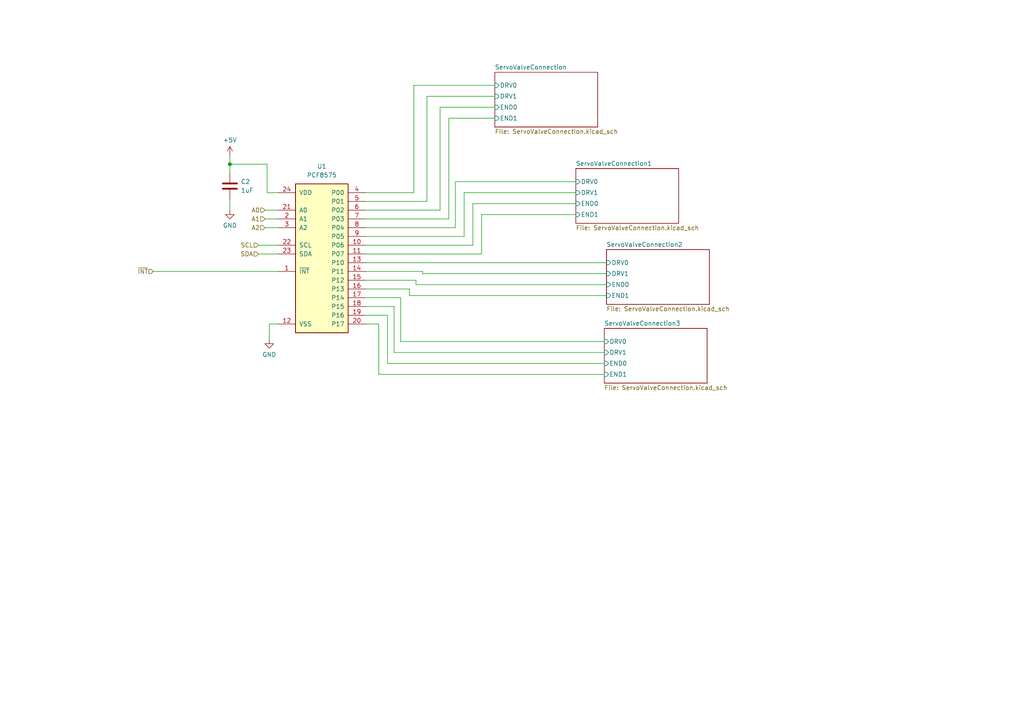
<source format=kicad_sch>
(kicad_sch (version 20230121) (generator eeschema)
  (paper "A4")
  (lib_symbols
    (symbol "Device:C" (pin_numbers hide) (pin_names (offset 0.254))
      (property "Reference" "C" (at 0.635 2.54 0))
      (property "Value" "C" (at 0.635 -2.54 0))
      (symbol "C_0_1"
        (polyline (pts (xy -2.032 -0.762) (xy 2.032 -0.762)) (stroke (width 0.508)))
        (polyline (pts (xy -2.032 0.762) (xy 2.032 0.762)) (stroke (width 0.508)))
      )
      (symbol "C_1_1"
        (pin passive line (at 0 3.81 270) (length 2.794) (name "~") (number "1"))
        (pin passive line (at 0 -3.81 90) (length 2.794) (name "~") (number "2"))
      )
    )
    (symbol "NXP:PCF8575" (pin_names (offset 1.016))
      (property "Reference" "U" (at 0 7.62 0))
      (property "Value" "PCF8575" (at 0 5.08 0))
      (symbol "PCF8575_0_1"
        (rectangle (start -7.62 2.54) (end 7.62 -40.64) (stroke (width 0.254)) (fill (type background)))
      )
      (symbol "PCF8575_1_1"
        (pin open_collector line (at -12.7 -22.86 0) (length 5.08) (name "~{INT}") (number "1"))
        (pin bidirectional line (at 12.7 -15.24 180) (length 5.08) (name "P06") (number "10"))
        (pin bidirectional line (at 12.7 -17.78 180) (length 5.08) (name "P07") (number "11"))
        (pin power_in line (at -12.7 -38.1 0) (length 5.08) (name "VSS") (number "12"))
        (pin bidirectional line (at 12.7 -20.32 180) (length 5.08) (name "P10") (number "13"))
        (pin bidirectional line (at 12.7 -22.86 180) (length 5.08) (name "P11") (number "14"))
        (pin bidirectional line (at 12.7 -25.4 180) (length 5.08) (name "P12") (number "15"))
        (pin bidirectional line (at 12.7 -27.94 180) (length 5.08) (name "P13") (number "16"))
        (pin bidirectional line (at 12.7 -30.48 180) (length 5.08) (name "P14") (number "17"))
        (pin bidirectional line (at 12.7 -33.02 180) (length 5.08) (name "P15") (number "18"))
        (pin bidirectional line (at 12.7 -35.56 180) (length 5.08) (name "P16") (number "19"))
        (pin input line (at -12.7 -7.62 0) (length 5.08) (name "A1") (number "2"))
        (pin bidirectional line (at 12.7 -38.1 180) (length 5.08) (name "P17") (number "20"))
        (pin input line (at -12.7 -5.08 0) (length 5.08) (name "A0") (number "21"))
        (pin input line (at -12.7 -15.24 0) (length 5.08) (name "SCL") (number "22"))
        (pin open_collector line (at -12.7 -17.78 0) (length 5.08) (name "SDA") (number "23"))
        (pin power_in line (at -12.7 0 0) (length 5.08) (name "VDD") (number "24"))
        (pin input line (at -12.7 -10.16 0) (length 5.08) (name "A2") (number "3"))
        (pin bidirectional line (at 12.7 0 180) (length 5.08) (name "P00") (number "4"))
        (pin bidirectional line (at 12.7 -2.54 180) (length 5.08) (name "P01") (number "5"))
        (pin bidirectional line (at 12.7 -5.08 180) (length 5.08) (name "P02") (number "6"))
        (pin bidirectional line (at 12.7 -7.62 180) (length 5.08) (name "P03") (number "7"))
        (pin bidirectional line (at 12.7 -10.16 180) (length 5.08) (name "P04") (number "8"))
        (pin bidirectional line (at 12.7 -12.7 180) (length 5.08) (name "P05") (number "9"))
      )
    )
    (symbol "power:+5V" (power) (pin_names (offset 0))
      (property "Value" "+5V" (at 0 3.556 0))
      (symbol "+5V_0_1"
        (polyline (pts (xy -0.762 1.27) (xy 0 2.54)))
        (polyline (pts (xy 0 0) (xy 0 2.54)))
        (polyline (pts (xy 0 2.54) (xy 0.762 1.27)))
      )
      (symbol "+5V_1_1"
        (pin power_in line (at 0 0 90) (length 0) hide (name "+5V") (number "1"))
      )
    )
    (symbol "power:GND" (power) (pin_names (offset 0))
      (property "Value" "GND" (at 0 -3.81 0))
      (symbol "GND_0_1"
        (polyline (pts (xy 0 0) (xy 0 -1.27) (xy 1.27 -1.27) (xy 0 -2.54) (xy -1.27 -1.27) (xy 0 -1.27)))
      )
      (symbol "GND_1_1"
        (pin power_in line (at 0 0 270) (length 0) hide (name "GND") (number "1"))
      )
    )
  )
  (junction (at 66.675 47.625))
  (wire (pts (xy 167.005 62.23) (xy 139.7 62.23)))
  (wire (pts (xy 106.045 86.36) (xy 116.205 86.36)))
  (wire (pts (xy 77.47 55.88) (xy 80.645 55.88)))
  (wire (pts (xy 106.045 71.12) (xy 137.16 71.12)))
  (wire (pts (xy 109.855 93.98) (xy 109.855 108.585)))
  (wire (pts (xy 114.3 102.235) (xy 114.3 88.9)))
  (wire (pts (xy 120.015 24.765) (xy 143.51 24.765)))
  (wire (pts (xy 175.26 102.235) (xy 114.3 102.235)))
  (wire (pts (xy 106.045 66.04) (xy 132.08 66.04)))
  (wire (pts (xy 106.045 60.96) (xy 127.635 60.96)))
  (wire (pts (xy 66.675 47.625) (xy 66.675 50.165)))
  (wire (pts (xy 118.745 83.82) (xy 118.745 85.725)))
  (wire (pts (xy 116.205 86.36) (xy 116.205 99.06)))
  (wire (pts (xy 76.835 63.5) (xy 80.645 63.5)))
  (wire (pts (xy 120.65 81.28) (xy 106.045 81.28)))
  (wire (pts (xy 106.045 78.74) (xy 122.555 78.74)))
  (wire (pts (xy 130.175 63.5) (xy 130.175 34.29)))
  (wire (pts (xy 77.47 47.625) (xy 77.47 55.88)))
  (wire (pts (xy 109.855 108.585) (xy 175.26 108.585)))
  (wire (pts (xy 106.045 91.44) (xy 112.395 91.44)))
  (wire (pts (xy 44.45 78.74) (xy 80.645 78.74)))
  (wire (pts (xy 132.08 52.705) (xy 132.08 66.04)))
  (wire (pts (xy 112.395 91.44) (xy 112.395 105.41)))
  (wire (pts (xy 106.045 93.98) (xy 109.855 93.98)))
  (wire (pts (xy 66.675 57.785) (xy 66.675 60.96)))
  (wire (pts (xy 74.93 73.66) (xy 80.645 73.66)))
  (wire (pts (xy 106.045 76.2) (xy 175.895 76.2)))
  (wire (pts (xy 106.045 55.88) (xy 120.015 55.88)))
  (wire (pts (xy 134.62 55.88) (xy 167.005 55.88)))
  (wire (pts (xy 123.825 27.94) (xy 143.51 27.94)))
  (wire (pts (xy 134.62 68.58) (xy 134.62 55.88)))
  (wire (pts (xy 127.635 31.115) (xy 143.51 31.115)))
  (wire (pts (xy 120.015 55.88) (xy 120.015 24.765)))
  (wire (pts (xy 74.93 71.12) (xy 80.645 71.12)))
  (wire (pts (xy 137.16 71.12) (xy 137.16 59.055)))
  (wire (pts (xy 66.675 47.625) (xy 77.47 47.625)))
  (wire (pts (xy 112.395 105.41) (xy 175.26 105.41)))
  (wire (pts (xy 106.045 58.42) (xy 123.825 58.42)))
  (wire (pts (xy 66.675 47.625) (xy 66.675 45.085)))
  (wire (pts (xy 76.835 66.04) (xy 80.645 66.04)))
  (wire (pts (xy 78.105 98.425) (xy 78.105 93.98)))
  (wire (pts (xy 114.3 88.9) (xy 106.045 88.9)))
  (wire (pts (xy 175.895 82.55) (xy 120.65 82.55)))
  (wire (pts (xy 76.835 60.96) (xy 80.645 60.96)))
  (wire (pts (xy 106.045 63.5) (xy 130.175 63.5)))
  (wire (pts (xy 118.745 85.725) (xy 175.895 85.725)))
  (wire (pts (xy 139.7 73.66) (xy 106.045 73.66)))
  (wire (pts (xy 137.16 59.055) (xy 167.005 59.055)))
  (wire (pts (xy 106.045 83.82) (xy 118.745 83.82)))
  (wire (pts (xy 122.555 78.74) (xy 122.555 79.375)))
  (wire (pts (xy 127.635 60.96) (xy 127.635 31.115)))
  (wire (pts (xy 130.175 34.29) (xy 143.51 34.29)))
  (wire (pts (xy 116.205 99.06) (xy 175.26 99.06)))
  (wire (pts (xy 139.7 62.23) (xy 139.7 73.66)))
  (wire (pts (xy 120.65 82.55) (xy 120.65 81.28)))
  (wire (pts (xy 132.08 52.705) (xy 167.005 52.705)))
  (wire (pts (xy 123.825 58.42) (xy 123.825 27.94)))
  (wire (pts (xy 122.555 79.375) (xy 175.895 79.375)))
  (wire (pts (xy 106.045 68.58) (xy 134.62 68.58)))
  (wire (pts (xy 78.105 93.98) (xy 80.645 93.98)))
  (hierarchical_label "A2" (shape input) (at 76.835 66.04 180))
  (hierarchical_label "SCL" (shape input) (at 74.93 71.12 180))
  (hierarchical_label "SDA" (shape input) (at 74.93 73.66 180))
  (hierarchical_label "A0" (shape input) (at 76.835 60.96 180))
  (hierarchical_label "~{INT}" (shape input) (at 44.45 78.74 180))
  (hierarchical_label "A1" (shape input) (at 76.835 63.5 180))
  (symbol (lib_id "power:+5V") (at 66.675 45.085 0) (unit 1)
    (property "Reference" "#PWR04" (effects hide))
    (property "Value" "+5V" (at 66.675 40.64 0))
  )
  (symbol (lib_id "power:GND") (at 78.105 98.425 0) (unit 1)
    (property "Reference" "#PWR06" (effects hide))
    (property "Value" "GND" (at 78.105 102.87 0))
  )
  (symbol (lib_id "NXP:PCF8575") (at 93.345 55.88 0) (unit 1)
    (property "Reference" "U1" (at 93.345 48.26 0))
    (property "Value" "PCF8575" (at 93.345 50.8 0))
    (property "Footprint" "Package_SO:TSSOP-24_4.4x7.8mm_P0.65mm" (effects hide))
    (property "Datasheet" "http://www.nxp.com/documents/data_sheet/PCF8575.pdf" (effects hide))
    (property "Manuf" "NXP" (effects hide))
    (property "MPN" "PCF8575TS/1,112" (effects hide))
    (property "BOM" "NXP PCF8575TS/1,112" (effects hide))
  )
  (symbol (lib_id "Device:C") (at 66.675 53.975 0) (unit 1)
    (property "Reference" "C2" (at 69.85 52.705 0) (effects (justify left)))
    (property "Value" "1uF" (at 69.85 55.245 0) (effects (justify left)))
    (property "Footprint" "Capacitor_SMD:C_0805_2012Metric" (effects hide))
    (instances (project "ValveServoI2C" (path "" (reference "C2") (unit 1)) (path "" (reference "C7") (unit 1)) (path "" (reference "C11") (unit 1)) (path "" (reference "C15") (unit 1)) (path "" (reference "C1") (unit 1))))
  )
  (symbol (lib_id "power:GND") (at 66.675 60.96 0) (unit 1)
    (property "Reference" "#PWR05" (effects hide))
    (property "Value" "GND" (at 66.675 65.405 0))
  )
  (sheet (at 175.26 95.25) (size 29.845 15.875) (stroke (width 0.1524))
    (property "Sheetname" "ServoValveConnection3" (at 175.26 94.5384 0) (effects (justify left bottom)))
    (property "Sheetfile" "ServoValveConnection.kicad_sch" (at 175.26 111.7096 0) (effects (justify left top)))
    (pin "DRV0" input (at 175.26 99.06 180))
    (pin "DRV1" input (at 175.26 102.235 180))
    (pin "END0" input (at 175.26 105.41 180))
    (pin "END1" input (at 175.26 108.585 180))
  )
  (sheet (at 143.51 20.955) (size 29.845 15.875) (stroke (width 0.1524))
    (property "Sheetname" "ServoValveConnection" (at 143.51 20.2434 0) (effects (justify left bottom)))
    (property "Sheetfile" "ServoValveConnection.kicad_sch" (at 143.51 37.4146 0) (effects (justify left top)))
    (pin "DRV0" input (at 143.51 24.765 180))
    (pin "DRV1" input (at 143.51 27.94 180))
    (pin "END0" input (at 143.51 31.115 180))
    (pin "END1" input (at 143.51 34.29 180))
  )
  (sheet (at 175.895 72.39) (size 29.845 15.875) (stroke (width 0.1524))
    (property "Sheetname" "ServoValveConnection2" (at 175.895 71.6784 0) (effects (justify left bottom)))
    (property "Sheetfile" "ServoValveConnection.kicad_sch" (at 175.895 88.8496 0) (effects (justify left top)))
    (pin "DRV0" input (at 175.895 76.2 180))
    (pin "DRV1" input (at 175.895 79.375 180))
    (pin "END0" input (at 175.895 82.55 180))
    (pin "END1" input (at 175.895 85.725 180))
  )
  (sheet (at 167.005 48.895) (size 29.845 15.875) (stroke (width 0.1524))
    (property "Sheetname" "ServoValveConnection1" (at 167.005 48.1834 0) (effects (justify left bottom)))
    (property "Sheetfile" "ServoValveConnection.kicad_sch" (at 167.005 65.3546 0) (effects (justify left top)))
    (pin "DRV0" input (at 167.005 52.705 180))
    (pin "DRV1" input (at 167.005 55.88 180))
    (pin "END0" input (at 167.005 59.055 180))
    (pin "END1" input (at 167.005 62.23 180))
  )
)
</source>
